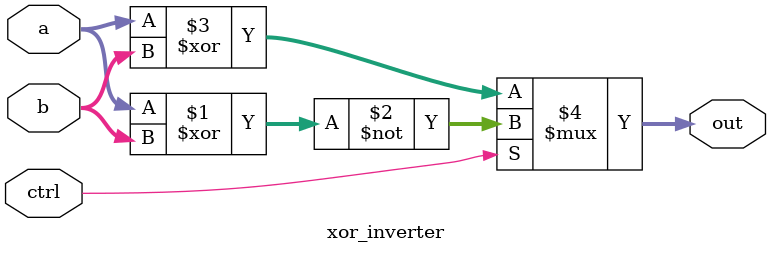
<source format=v>
module xor_inverter (
    input [7:0] a,
    input [7:0] b,
    input ctrl,
    output [7:0] out
);

    assign out = ctrl ? ~(a ^ b) : (a ^ b);

endmodule
</source>
